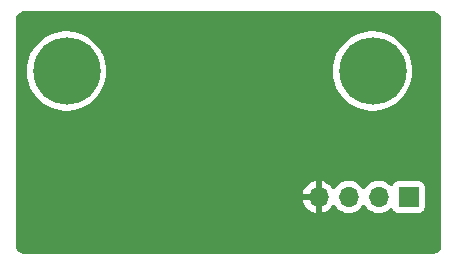
<source format=gbr>
%TF.GenerationSoftware,KiCad,Pcbnew,(6.0.8)*%
%TF.CreationDate,2023-02-11T17:00:45+01:00*%
%TF.ProjectId,BTS50010_TestBoard,42545335-3030-4313-905f-54657374426f,rev?*%
%TF.SameCoordinates,Original*%
%TF.FileFunction,Copper,L2,Bot*%
%TF.FilePolarity,Positive*%
%FSLAX46Y46*%
G04 Gerber Fmt 4.6, Leading zero omitted, Abs format (unit mm)*
G04 Created by KiCad (PCBNEW (6.0.8)) date 2023-02-11 17:00:45*
%MOMM*%
%LPD*%
G01*
G04 APERTURE LIST*
%TA.AperFunction,ConnectorPad*%
%ADD10C,5.700000*%
%TD*%
%TA.AperFunction,ComponentPad*%
%ADD11C,3.600000*%
%TD*%
%TA.AperFunction,ComponentPad*%
%ADD12R,1.700000X1.700000*%
%TD*%
%TA.AperFunction,ComponentPad*%
%ADD13O,1.700000X1.700000*%
%TD*%
%TA.AperFunction,ViaPad*%
%ADD14C,0.800000*%
%TD*%
G04 APERTURE END LIST*
D10*
%TO.P,H2,1,1*%
%TO.N,OUT_VS*%
X61468000Y-30988000D03*
D11*
X61468000Y-30988000D03*
%TD*%
%TO.P,H1,1,1*%
%TO.N,IN_VS*%
X35560000Y-30988000D03*
D10*
X35560000Y-30988000D03*
%TD*%
D12*
%TO.P,J1,1,Pin_1*%
%TO.N,OUT_VS*%
X64516000Y-41656000D03*
D13*
%TO.P,J1,2,Pin_2*%
%TO.N,SENSE*%
X61976000Y-41656000D03*
%TO.P,J1,3,Pin_3*%
%TO.N,AUX_IN*%
X59436000Y-41656000D03*
%TO.P,J1,4,Pin_4*%
%TO.N,GND*%
X56896000Y-41656000D03*
%TD*%
D14*
%TO.N,GND*%
X61087000Y-39624000D03*
X56261000Y-37846000D03*
X64008000Y-39624000D03*
X56642000Y-39370000D03*
X52578000Y-40894000D03*
X42926000Y-42926000D03*
%TD*%
%TA.AperFunction,Conductor*%
%TO.N,GND*%
G36*
X66509001Y-25919026D02*
G01*
X66532709Y-25922717D01*
X66542898Y-25921384D01*
X66543728Y-25921276D01*
X66572416Y-25920818D01*
X66675196Y-25930939D01*
X66699423Y-25935758D01*
X66818520Y-25971885D01*
X66841340Y-25981337D01*
X66951105Y-26040006D01*
X66971644Y-26053730D01*
X67067850Y-26132685D01*
X67085315Y-26150150D01*
X67164270Y-26246356D01*
X67177994Y-26266895D01*
X67236663Y-26376660D01*
X67246115Y-26399480D01*
X67282242Y-26518578D01*
X67287061Y-26542806D01*
X67296516Y-26638828D01*
X67296064Y-26654886D01*
X67296774Y-26654895D01*
X67296664Y-26663868D01*
X67295283Y-26672739D01*
X67296447Y-26681642D01*
X67296447Y-26681647D01*
X67299430Y-26704462D01*
X67300494Y-26720736D01*
X67301697Y-29258723D01*
X67309476Y-45670726D01*
X67307976Y-45690170D01*
X67305690Y-45704851D01*
X67305690Y-45704855D01*
X67304309Y-45713724D01*
X67305473Y-45722626D01*
X67305750Y-45724746D01*
X67306207Y-45753431D01*
X67298987Y-45826741D01*
X67296084Y-45856212D01*
X67291267Y-45880432D01*
X67255134Y-45999546D01*
X67245685Y-46022355D01*
X67187013Y-46132124D01*
X67173295Y-46152655D01*
X67094329Y-46248876D01*
X67076876Y-46266329D01*
X66980655Y-46345295D01*
X66960124Y-46359013D01*
X66850355Y-46417685D01*
X66827546Y-46427134D01*
X66708432Y-46463267D01*
X66684211Y-46468084D01*
X66588191Y-46477541D01*
X66572132Y-46477091D01*
X66572123Y-46477800D01*
X66563147Y-46477690D01*
X66554276Y-46476309D01*
X66545374Y-46477473D01*
X66545372Y-46477473D01*
X66532856Y-46479110D01*
X66522798Y-46480425D01*
X66506433Y-46481489D01*
X32062423Y-46472487D01*
X32043088Y-46470988D01*
X32019291Y-46467283D01*
X32009102Y-46468616D01*
X32008272Y-46468724D01*
X31979584Y-46469182D01*
X31876804Y-46459061D01*
X31852577Y-46454242D01*
X31733480Y-46418115D01*
X31710660Y-46408663D01*
X31600895Y-46349994D01*
X31580356Y-46336270D01*
X31484150Y-46257315D01*
X31466685Y-46239850D01*
X31387730Y-46143644D01*
X31374006Y-46123105D01*
X31315337Y-46013340D01*
X31305885Y-45990520D01*
X31269758Y-45871422D01*
X31264939Y-45847194D01*
X31255484Y-45751172D01*
X31255936Y-45735114D01*
X31255226Y-45735105D01*
X31255336Y-45726132D01*
X31256717Y-45717261D01*
X31252589Y-45685686D01*
X31251526Y-45669352D01*
X31251526Y-41923966D01*
X55564257Y-41923966D01*
X55594565Y-42058446D01*
X55597645Y-42068275D01*
X55677770Y-42265603D01*
X55682413Y-42274794D01*
X55793694Y-42456388D01*
X55799777Y-42464699D01*
X55939213Y-42625667D01*
X55946580Y-42632883D01*
X56110434Y-42768916D01*
X56118881Y-42774831D01*
X56302756Y-42882279D01*
X56312042Y-42886729D01*
X56511001Y-42962703D01*
X56520899Y-42965579D01*
X56624250Y-42986606D01*
X56638299Y-42985410D01*
X56642000Y-42975065D01*
X56642000Y-42974517D01*
X57150000Y-42974517D01*
X57154064Y-42988359D01*
X57167478Y-42990393D01*
X57174184Y-42989534D01*
X57184262Y-42987392D01*
X57388255Y-42926191D01*
X57397842Y-42922433D01*
X57589095Y-42828739D01*
X57597945Y-42823464D01*
X57771328Y-42699792D01*
X57779200Y-42693139D01*
X57930052Y-42542812D01*
X57936730Y-42534965D01*
X58064022Y-42357819D01*
X58065279Y-42358722D01*
X58112373Y-42315362D01*
X58182311Y-42303145D01*
X58247751Y-42330678D01*
X58275579Y-42362511D01*
X58335987Y-42461088D01*
X58482250Y-42629938D01*
X58654126Y-42772632D01*
X58847000Y-42885338D01*
X59055692Y-42965030D01*
X59060760Y-42966061D01*
X59060763Y-42966062D01*
X59155862Y-42985410D01*
X59274597Y-43009567D01*
X59279772Y-43009757D01*
X59279774Y-43009757D01*
X59492673Y-43017564D01*
X59492677Y-43017564D01*
X59497837Y-43017753D01*
X59502957Y-43017097D01*
X59502959Y-43017097D01*
X59714288Y-42990025D01*
X59714289Y-42990025D01*
X59719416Y-42989368D01*
X59724366Y-42987883D01*
X59928429Y-42926661D01*
X59928434Y-42926659D01*
X59933384Y-42925174D01*
X60133994Y-42826896D01*
X60315860Y-42697173D01*
X60474096Y-42539489D01*
X60604453Y-42358077D01*
X60605776Y-42359028D01*
X60652645Y-42315857D01*
X60722580Y-42303625D01*
X60788026Y-42331144D01*
X60815875Y-42362994D01*
X60875987Y-42461088D01*
X61022250Y-42629938D01*
X61194126Y-42772632D01*
X61387000Y-42885338D01*
X61595692Y-42965030D01*
X61600760Y-42966061D01*
X61600763Y-42966062D01*
X61695862Y-42985410D01*
X61814597Y-43009567D01*
X61819772Y-43009757D01*
X61819774Y-43009757D01*
X62032673Y-43017564D01*
X62032677Y-43017564D01*
X62037837Y-43017753D01*
X62042957Y-43017097D01*
X62042959Y-43017097D01*
X62254288Y-42990025D01*
X62254289Y-42990025D01*
X62259416Y-42989368D01*
X62264366Y-42987883D01*
X62468429Y-42926661D01*
X62468434Y-42926659D01*
X62473384Y-42925174D01*
X62673994Y-42826896D01*
X62855860Y-42697173D01*
X62964091Y-42589319D01*
X63026462Y-42555404D01*
X63097268Y-42560592D01*
X63154030Y-42603238D01*
X63171012Y-42634341D01*
X63215385Y-42752705D01*
X63302739Y-42869261D01*
X63419295Y-42956615D01*
X63555684Y-43007745D01*
X63617866Y-43014500D01*
X65414134Y-43014500D01*
X65476316Y-43007745D01*
X65612705Y-42956615D01*
X65729261Y-42869261D01*
X65816615Y-42752705D01*
X65867745Y-42616316D01*
X65874500Y-42554134D01*
X65874500Y-40757866D01*
X65867745Y-40695684D01*
X65816615Y-40559295D01*
X65729261Y-40442739D01*
X65612705Y-40355385D01*
X65476316Y-40304255D01*
X65414134Y-40297500D01*
X63617866Y-40297500D01*
X63555684Y-40304255D01*
X63419295Y-40355385D01*
X63302739Y-40442739D01*
X63215385Y-40559295D01*
X63212233Y-40567703D01*
X63170919Y-40677907D01*
X63128277Y-40734671D01*
X63061716Y-40759371D01*
X62992367Y-40744163D01*
X62959743Y-40718476D01*
X62909151Y-40662875D01*
X62909142Y-40662866D01*
X62905670Y-40659051D01*
X62901619Y-40655852D01*
X62901615Y-40655848D01*
X62734414Y-40523800D01*
X62734410Y-40523798D01*
X62730359Y-40520598D01*
X62694028Y-40500542D01*
X62678136Y-40491769D01*
X62534789Y-40412638D01*
X62529920Y-40410914D01*
X62529916Y-40410912D01*
X62329087Y-40339795D01*
X62329083Y-40339794D01*
X62324212Y-40338069D01*
X62319119Y-40337162D01*
X62319116Y-40337161D01*
X62109373Y-40299800D01*
X62109367Y-40299799D01*
X62104284Y-40298894D01*
X62030452Y-40297992D01*
X61886081Y-40296228D01*
X61886079Y-40296228D01*
X61880911Y-40296165D01*
X61660091Y-40329955D01*
X61447756Y-40399357D01*
X61249607Y-40502507D01*
X61245474Y-40505610D01*
X61245471Y-40505612D01*
X61075100Y-40633530D01*
X61070965Y-40636635D01*
X61045541Y-40663240D01*
X60977280Y-40734671D01*
X60916629Y-40798138D01*
X60809201Y-40955621D01*
X60754293Y-41000621D01*
X60683768Y-41008792D01*
X60620021Y-40977538D01*
X60599324Y-40953054D01*
X60518822Y-40828617D01*
X60518820Y-40828614D01*
X60516014Y-40824277D01*
X60365670Y-40659051D01*
X60361619Y-40655852D01*
X60361615Y-40655848D01*
X60194414Y-40523800D01*
X60194410Y-40523798D01*
X60190359Y-40520598D01*
X60154028Y-40500542D01*
X60138136Y-40491769D01*
X59994789Y-40412638D01*
X59989920Y-40410914D01*
X59989916Y-40410912D01*
X59789087Y-40339795D01*
X59789083Y-40339794D01*
X59784212Y-40338069D01*
X59779119Y-40337162D01*
X59779116Y-40337161D01*
X59569373Y-40299800D01*
X59569367Y-40299799D01*
X59564284Y-40298894D01*
X59490452Y-40297992D01*
X59346081Y-40296228D01*
X59346079Y-40296228D01*
X59340911Y-40296165D01*
X59120091Y-40329955D01*
X58907756Y-40399357D01*
X58709607Y-40502507D01*
X58705474Y-40505610D01*
X58705471Y-40505612D01*
X58535100Y-40633530D01*
X58530965Y-40636635D01*
X58505541Y-40663240D01*
X58437280Y-40734671D01*
X58376629Y-40798138D01*
X58373720Y-40802403D01*
X58373714Y-40802411D01*
X58361404Y-40820457D01*
X58269204Y-40955618D01*
X58268898Y-40956066D01*
X58213987Y-41001069D01*
X58143462Y-41009240D01*
X58079715Y-40977986D01*
X58059018Y-40953502D01*
X57978426Y-40828926D01*
X57972136Y-40820757D01*
X57828806Y-40663240D01*
X57821273Y-40656215D01*
X57654139Y-40524222D01*
X57645552Y-40518517D01*
X57459117Y-40415599D01*
X57449705Y-40411369D01*
X57248959Y-40340280D01*
X57238988Y-40337646D01*
X57167837Y-40324972D01*
X57154540Y-40326432D01*
X57150000Y-40340989D01*
X57150000Y-42974517D01*
X56642000Y-42974517D01*
X56642000Y-41928115D01*
X56637525Y-41912876D01*
X56636135Y-41911671D01*
X56628452Y-41910000D01*
X55579225Y-41910000D01*
X55565694Y-41913973D01*
X55564257Y-41923966D01*
X31251526Y-41923966D01*
X31251526Y-41390183D01*
X55560389Y-41390183D01*
X55561912Y-41398607D01*
X55574292Y-41402000D01*
X56623885Y-41402000D01*
X56639124Y-41397525D01*
X56640329Y-41396135D01*
X56642000Y-41388452D01*
X56642000Y-40339102D01*
X56638082Y-40325758D01*
X56623806Y-40323771D01*
X56585324Y-40329660D01*
X56575288Y-40332051D01*
X56372868Y-40398212D01*
X56363359Y-40402209D01*
X56174463Y-40500542D01*
X56165738Y-40506036D01*
X55995433Y-40633905D01*
X55987726Y-40640748D01*
X55840590Y-40794717D01*
X55834104Y-40802727D01*
X55714098Y-40978649D01*
X55709000Y-40987623D01*
X55619338Y-41180783D01*
X55615775Y-41190470D01*
X55560389Y-41390183D01*
X31251526Y-41390183D01*
X31251526Y-30976259D01*
X32196587Y-30976259D01*
X32214992Y-31339574D01*
X32215529Y-31342929D01*
X32215530Y-31342935D01*
X32255211Y-31590670D01*
X32272527Y-31698777D01*
X32368519Y-32049664D01*
X32501845Y-32388133D01*
X32503428Y-32391148D01*
X32669362Y-32707206D01*
X32669367Y-32707214D01*
X32670946Y-32710222D01*
X32672840Y-32713040D01*
X32672845Y-32713049D01*
X32865419Y-32999628D01*
X32873843Y-33012165D01*
X33108163Y-33290428D01*
X33134899Y-33315977D01*
X33368702Y-33539405D01*
X33368709Y-33539411D01*
X33371165Y-33541758D01*
X33659771Y-33763214D01*
X33662689Y-33764988D01*
X33967692Y-33950433D01*
X33967697Y-33950436D01*
X33970607Y-33952205D01*
X33973695Y-33953651D01*
X33973694Y-33953651D01*
X34296952Y-34105077D01*
X34296962Y-34105081D01*
X34300036Y-34106521D01*
X34303254Y-34107623D01*
X34303257Y-34107624D01*
X34640981Y-34223253D01*
X34640989Y-34223255D01*
X34644204Y-34224356D01*
X34999084Y-34304332D01*
X35052123Y-34310375D01*
X35357144Y-34345128D01*
X35357152Y-34345128D01*
X35360527Y-34345513D01*
X35363931Y-34345531D01*
X35363934Y-34345531D01*
X35562058Y-34346568D01*
X35724303Y-34347418D01*
X35727689Y-34347068D01*
X35727691Y-34347068D01*
X36082765Y-34310375D01*
X36082774Y-34310374D01*
X36086157Y-34310024D01*
X36089490Y-34309310D01*
X36089493Y-34309309D01*
X36199895Y-34285641D01*
X36441856Y-34233768D01*
X36787239Y-34119544D01*
X36790323Y-34118138D01*
X36790332Y-34118135D01*
X37115171Y-33970096D01*
X37118265Y-33968686D01*
X37162276Y-33942554D01*
X37428128Y-33784704D01*
X37428132Y-33784701D01*
X37431063Y-33782961D01*
X37721973Y-33564539D01*
X37987592Y-33315977D01*
X38224813Y-33040182D01*
X38332983Y-32882794D01*
X38428931Y-32743190D01*
X38428936Y-32743182D01*
X38430861Y-32740381D01*
X38432473Y-32737387D01*
X38432478Y-32737379D01*
X38601703Y-32423092D01*
X38603325Y-32420080D01*
X38740188Y-32083027D01*
X38839850Y-31733164D01*
X38901143Y-31374583D01*
X38903285Y-31339574D01*
X38923241Y-31013278D01*
X38923351Y-31011481D01*
X38923433Y-30988000D01*
X38922797Y-30976259D01*
X58104587Y-30976259D01*
X58122992Y-31339574D01*
X58123529Y-31342929D01*
X58123530Y-31342935D01*
X58163211Y-31590670D01*
X58180527Y-31698777D01*
X58276519Y-32049664D01*
X58409845Y-32388133D01*
X58411428Y-32391148D01*
X58577362Y-32707206D01*
X58577367Y-32707214D01*
X58578946Y-32710222D01*
X58580840Y-32713040D01*
X58580845Y-32713049D01*
X58773419Y-32999628D01*
X58781843Y-33012165D01*
X59016163Y-33290428D01*
X59042899Y-33315977D01*
X59276702Y-33539405D01*
X59276709Y-33539411D01*
X59279165Y-33541758D01*
X59567771Y-33763214D01*
X59570689Y-33764988D01*
X59875692Y-33950433D01*
X59875697Y-33950436D01*
X59878607Y-33952205D01*
X59881695Y-33953651D01*
X59881694Y-33953651D01*
X60204952Y-34105077D01*
X60204962Y-34105081D01*
X60208036Y-34106521D01*
X60211254Y-34107623D01*
X60211257Y-34107624D01*
X60548981Y-34223253D01*
X60548989Y-34223255D01*
X60552204Y-34224356D01*
X60907084Y-34304332D01*
X60960123Y-34310375D01*
X61265144Y-34345128D01*
X61265152Y-34345128D01*
X61268527Y-34345513D01*
X61271931Y-34345531D01*
X61271934Y-34345531D01*
X61470058Y-34346568D01*
X61632303Y-34347418D01*
X61635689Y-34347068D01*
X61635691Y-34347068D01*
X61990765Y-34310375D01*
X61990774Y-34310374D01*
X61994157Y-34310024D01*
X61997490Y-34309310D01*
X61997493Y-34309309D01*
X62107895Y-34285641D01*
X62349856Y-34233768D01*
X62695239Y-34119544D01*
X62698323Y-34118138D01*
X62698332Y-34118135D01*
X63023171Y-33970096D01*
X63026265Y-33968686D01*
X63070276Y-33942554D01*
X63336128Y-33784704D01*
X63336132Y-33784701D01*
X63339063Y-33782961D01*
X63629973Y-33564539D01*
X63895592Y-33315977D01*
X64132813Y-33040182D01*
X64240983Y-32882794D01*
X64336931Y-32743190D01*
X64336936Y-32743182D01*
X64338861Y-32740381D01*
X64340473Y-32737387D01*
X64340478Y-32737379D01*
X64509703Y-32423092D01*
X64511325Y-32420080D01*
X64648188Y-32083027D01*
X64747850Y-31733164D01*
X64809143Y-31374583D01*
X64811285Y-31339574D01*
X64831241Y-31013278D01*
X64831351Y-31011481D01*
X64831433Y-30988000D01*
X64811760Y-30624751D01*
X64752972Y-30265752D01*
X64655756Y-29915202D01*
X64651331Y-29904081D01*
X64522508Y-29580365D01*
X64521249Y-29577201D01*
X64490690Y-29519485D01*
X64352624Y-29258723D01*
X64352620Y-29258716D01*
X64351025Y-29255704D01*
X64349118Y-29252888D01*
X64349113Y-29252879D01*
X64148985Y-28957292D01*
X64147075Y-28954471D01*
X63911785Y-28677027D01*
X63647908Y-28426617D01*
X63358530Y-28206170D01*
X63355618Y-28204413D01*
X63355613Y-28204410D01*
X63049951Y-28020023D01*
X63049945Y-28020020D01*
X63047036Y-28018265D01*
X62717071Y-27865100D01*
X62372494Y-27748467D01*
X62363234Y-27746414D01*
X62288485Y-27729843D01*
X62017336Y-27669731D01*
X61888217Y-27655476D01*
X61659133Y-27630184D01*
X61659128Y-27630184D01*
X61655752Y-27629811D01*
X61652353Y-27629805D01*
X61652352Y-27629805D01*
X61480762Y-27629506D01*
X61291972Y-27629176D01*
X61156831Y-27643618D01*
X60933634Y-27667471D01*
X60933628Y-27667472D01*
X60930250Y-27667833D01*
X60574820Y-27745330D01*
X60229838Y-27860759D01*
X59899340Y-28012771D01*
X59587192Y-28199588D01*
X59297046Y-28419023D01*
X59032296Y-28668511D01*
X58796040Y-28945132D01*
X58591040Y-29245651D01*
X58419694Y-29566552D01*
X58418419Y-29569724D01*
X58418417Y-29569728D01*
X58416626Y-29574185D01*
X58284009Y-29904081D01*
X58185569Y-30254290D01*
X58125528Y-30613082D01*
X58104587Y-30976259D01*
X38922797Y-30976259D01*
X38903760Y-30624751D01*
X38844972Y-30265752D01*
X38747756Y-29915202D01*
X38743331Y-29904081D01*
X38614508Y-29580365D01*
X38613249Y-29577201D01*
X38582690Y-29519485D01*
X38444624Y-29258723D01*
X38444620Y-29258716D01*
X38443025Y-29255704D01*
X38441118Y-29252888D01*
X38441113Y-29252879D01*
X38240985Y-28957292D01*
X38239075Y-28954471D01*
X38003785Y-28677027D01*
X37739908Y-28426617D01*
X37450530Y-28206170D01*
X37447618Y-28204413D01*
X37447613Y-28204410D01*
X37141951Y-28020023D01*
X37141945Y-28020020D01*
X37139036Y-28018265D01*
X36809071Y-27865100D01*
X36464494Y-27748467D01*
X36455234Y-27746414D01*
X36380485Y-27729843D01*
X36109336Y-27669731D01*
X35980217Y-27655476D01*
X35751133Y-27630184D01*
X35751128Y-27630184D01*
X35747752Y-27629811D01*
X35744353Y-27629805D01*
X35744352Y-27629805D01*
X35572762Y-27629506D01*
X35383972Y-27629176D01*
X35248831Y-27643618D01*
X35025634Y-27667471D01*
X35025628Y-27667472D01*
X35022250Y-27667833D01*
X34666820Y-27745330D01*
X34321838Y-27860759D01*
X33991340Y-28012771D01*
X33679192Y-28199588D01*
X33389046Y-28419023D01*
X33124296Y-28668511D01*
X32888040Y-28945132D01*
X32683040Y-29245651D01*
X32511694Y-29566552D01*
X32510419Y-29569724D01*
X32510417Y-29569728D01*
X32508626Y-29574185D01*
X32376009Y-29904081D01*
X32277569Y-30254290D01*
X32217528Y-30613082D01*
X32196587Y-30976259D01*
X31251526Y-30976259D01*
X31251526Y-26728382D01*
X31253026Y-26708999D01*
X31255335Y-26694165D01*
X31256717Y-26685291D01*
X31255276Y-26674272D01*
X31254818Y-26645584D01*
X31264939Y-26542804D01*
X31269758Y-26518577D01*
X31305885Y-26399480D01*
X31315337Y-26376660D01*
X31374006Y-26266895D01*
X31387730Y-26246356D01*
X31466685Y-26150150D01*
X31484150Y-26132685D01*
X31580356Y-26053730D01*
X31600895Y-26040006D01*
X31710660Y-25981337D01*
X31733480Y-25971885D01*
X31852578Y-25935758D01*
X31876806Y-25930939D01*
X31972828Y-25921484D01*
X31988886Y-25921936D01*
X31988895Y-25921226D01*
X31997868Y-25921336D01*
X32006739Y-25922717D01*
X32032087Y-25919403D01*
X32038314Y-25918589D01*
X32054648Y-25917526D01*
X66489618Y-25917526D01*
X66509001Y-25919026D01*
G37*
%TD.AperFunction*%
%TD*%
M02*

</source>
